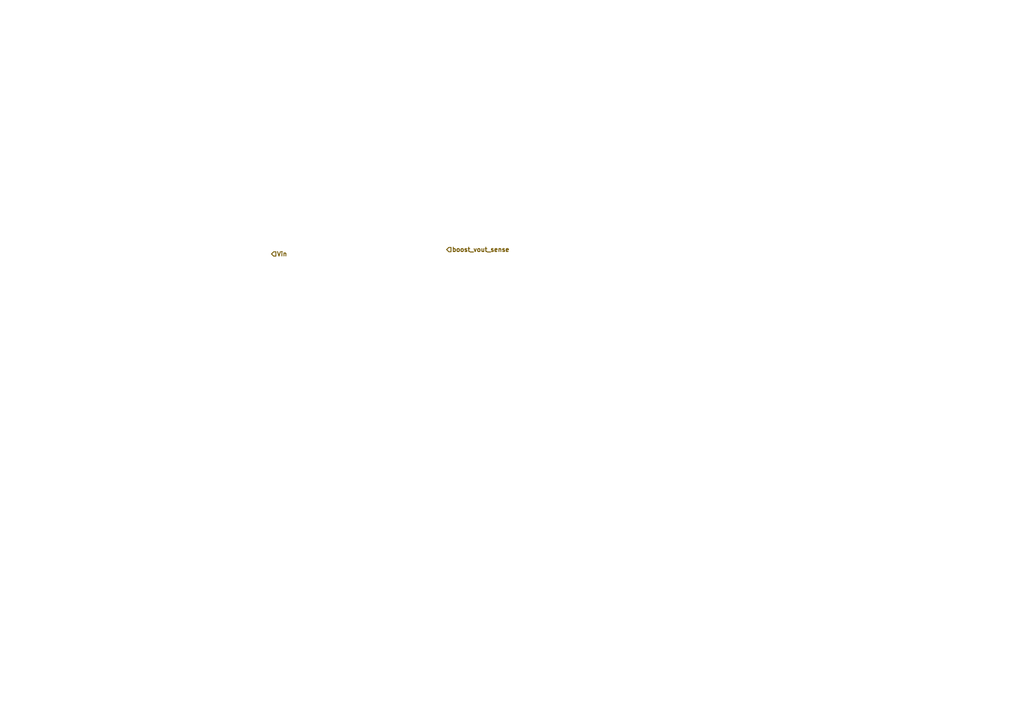
<source format=kicad_sch>
(kicad_sch
	(version 20250114)
	(generator "eeschema")
	(generator_version "9.0")
	(uuid "cb237a4e-bcfc-4462-bdc4-65360d996f9a")
	(paper "A4")
	(lib_symbols)
	(hierarchical_label "Vin"
		(shape input)
		(at 78.74 73.66 0)
		(effects
			(font
				(size 1.27 1.27)
				(thickness 0.254)
				(bold yes)
			)
			(justify left)
		)
		(uuid "5be2a455-0d3c-459e-9895-2f0ee8eb6bea")
	)
	(hierarchical_label "boost_vout_sense"
		(shape input)
		(at 129.54 72.39 0)
		(effects
			(font
				(size 1.27 1.27)
				(thickness 0.254)
				(bold yes)
			)
			(justify left)
		)
		(uuid "b750bd35-742d-4f55-991c-101ae1c77499")
	)
)

</source>
